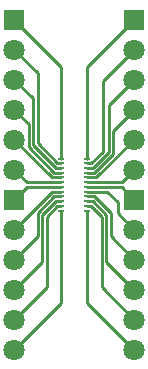
<source format=gtl>
G04*
G04 #@! TF.GenerationSoftware,Altium Limited,Altium Designer,21.2.2 (38)*
G04*
G04 Layer_Physical_Order=1*
G04 Layer_Color=255*
%FSAX44Y44*%
%MOMM*%
G71*
G04*
G04 #@! TF.SameCoordinates,B3D4D19D-0097-4332-AE52-39C81B215F30*
G04*
G04*
G04 #@! TF.FilePolarity,Positive*
G04*
G01*
G75*
%ADD12R,0.4700X0.2300*%
%ADD16C,0.2300*%
%ADD17C,1.8000*%
%ADD18R,1.8000X1.8000*%
D12*
X00312900Y00390750D02*
D03*
Y00394750D02*
D03*
Y00398750D02*
D03*
Y00402750D02*
D03*
Y00406750D02*
D03*
Y00410750D02*
D03*
Y00414750D02*
D03*
Y00418750D02*
D03*
Y00422750D02*
D03*
Y00426750D02*
D03*
Y00430750D02*
D03*
Y00434750D02*
D03*
X00334800Y00390750D02*
D03*
Y00394750D02*
D03*
Y00398750D02*
D03*
Y00402750D02*
D03*
Y00406750D02*
D03*
Y00410750D02*
D03*
Y00414750D02*
D03*
Y00418750D02*
D03*
Y00422750D02*
D03*
Y00426750D02*
D03*
Y00430750D02*
D03*
Y00434750D02*
D03*
D16*
X00342550Y00418750D02*
X00374650Y00450850D01*
X00334800Y00418750D02*
X00342550D01*
X00356750Y00458350D02*
X00374650Y00476250D01*
X00356750Y00438602D02*
Y00458350D01*
X00340897Y00422750D02*
X00356750Y00438602D01*
X00334800Y00422750D02*
X00340897D01*
X00339490Y00426750D02*
X00352926Y00440187D01*
X00347926Y00440594D02*
Y00500326D01*
X00338082Y00430750D02*
X00347926Y00440594D01*
X00334800Y00430750D02*
X00338082D01*
X00352926Y00440187D02*
Y00479926D01*
X00374650Y00501650D01*
X00334800Y00426750D02*
X00339490D01*
X00347926Y00500326D02*
X00374650Y00527050D01*
X00334800Y00434750D02*
Y00512600D01*
X00374650Y00552450D01*
X00273050Y00273050D02*
X00312900Y00312900D01*
Y00390750D01*
X00292836Y00369036D02*
Y00388784D01*
X00296660Y00347460D02*
Y00387200D01*
X00273050Y00298450D02*
X00300484Y00325884D01*
Y00385616D01*
X00309618Y00394750D01*
X00308210Y00398750D02*
X00312900D01*
X00296660Y00387200D02*
X00308210Y00398750D01*
X00306803Y00402750D02*
X00312900D01*
X00292836Y00388784D02*
X00306803Y00402750D01*
X00309618Y00394750D02*
X00312900D01*
X00273050Y00323850D02*
X00296660Y00347460D01*
X00273050Y00349250D02*
X00292836Y00369036D01*
X00273050Y00374650D02*
X00305150Y00406750D01*
X00312900D01*
X00273050Y00400050D02*
X00283750Y00410750D01*
X00312900D01*
X00273050Y00425450D02*
X00283750Y00414750D01*
X00312900D01*
X00305150Y00418750D02*
X00312900D01*
X00273050Y00450850D02*
X00305150Y00418750D01*
X00285188Y00444364D02*
Y00464112D01*
X00306803Y00422750D02*
X00312900D01*
X00285188Y00444364D02*
X00306803Y00422750D01*
X00309618Y00430750D02*
X00312900D01*
X00292836Y00447532D02*
X00309618Y00430750D01*
X00273050Y00476250D02*
X00285188Y00464112D01*
X00292836Y00447532D02*
Y00507264D01*
X00289012Y00445948D02*
Y00485688D01*
X00308210Y00426750D02*
X00312900D01*
X00289012Y00445948D02*
X00308210Y00426750D01*
X00273050Y00501650D02*
X00289012Y00485688D01*
X00273050Y00527050D02*
X00292836Y00507264D01*
X00312900Y00434750D02*
Y00512600D01*
X00273050Y00552450D02*
X00312900Y00512600D01*
X00334800Y00312900D02*
X00374650Y00273050D01*
X00334800Y00312900D02*
Y00390750D01*
X00347250Y00325850D02*
X00374650Y00298450D01*
X00347250Y00325850D02*
Y00338750D01*
X00347216Y00338784D02*
X00347250Y00338750D01*
X00347216Y00338784D02*
Y00385616D01*
X00354864Y00369036D02*
X00374650Y00349250D01*
X00354864Y00369036D02*
Y00388784D01*
X00351040Y00347460D02*
X00374650Y00323850D01*
X00338082Y00394750D02*
X00347216Y00385616D01*
X00334800Y00394750D02*
X00338082D01*
X00334800Y00398750D02*
X00339490D01*
X00351040Y00387200D01*
Y00347460D02*
Y00387200D01*
X00334800Y00402750D02*
X00340897D01*
X00354864Y00388784D01*
X00361000Y00388300D02*
Y00397750D01*
Y00388300D02*
X00374650Y00374650D01*
X00352000Y00406750D02*
X00361000Y00397750D01*
X00334800Y00406750D02*
X00352000D01*
X00363950Y00410750D02*
X00374650Y00400050D01*
X00334800Y00410750D02*
X00363950D01*
X00334800Y00414750D02*
X00363950D01*
X00374650Y00425450D01*
D17*
D03*
Y00450850D02*
D03*
X00374650Y00476250D02*
D03*
X00374650Y00527050D02*
D03*
X00374650Y00501650D02*
D03*
X00374650Y00273050D02*
D03*
Y00298450D02*
D03*
X00374650Y00323850D02*
D03*
X00374650Y00374650D02*
D03*
X00374650Y00349250D02*
D03*
X00273050Y00425450D02*
D03*
X00273050Y00450850D02*
D03*
X00273050Y00476250D02*
D03*
X00273050Y00527050D02*
D03*
Y00501650D02*
D03*
X00273050Y00273050D02*
D03*
Y00298450D02*
D03*
X00273050Y00323850D02*
D03*
X00273050Y00374650D02*
D03*
X00273050Y00349250D02*
D03*
D18*
X00374650Y00552450D02*
D03*
Y00400050D02*
D03*
X00273050Y00552450D02*
D03*
X00273050Y00400050D02*
D03*
M02*

</source>
